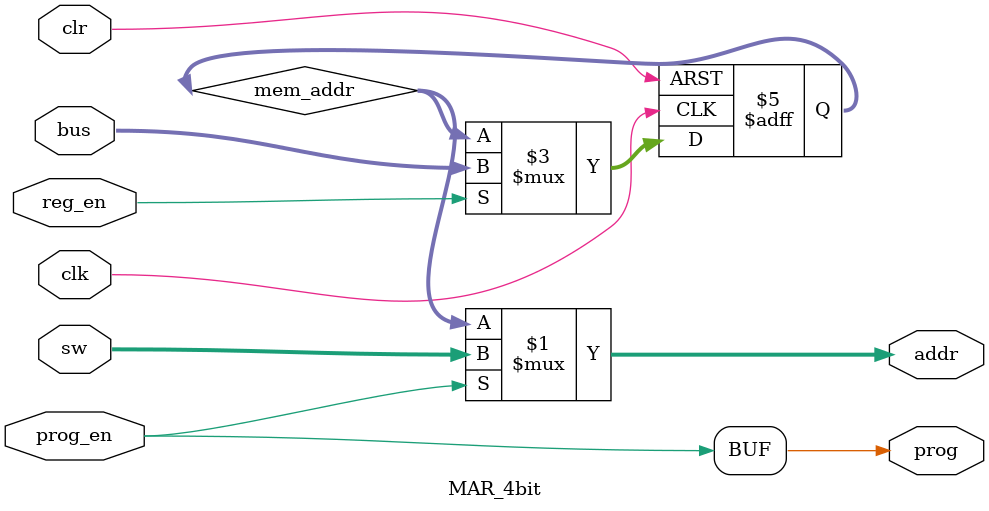
<source format=v>
module MAR_4bit
#(parameter WIDTH = 4)
(
	input 	clk, clr, prog_en, reg_en,		// clr, prog_en, and reg_en are enable high
	input	[WIDTH - 1:0] sw, bus,			// 4 input dip switch and 4-bit bus input
	output	prog,					
	output	[WIDTH - 1:0] addr			// 4-bit addr output to RAM module
);

reg [WIDTH - 1:0] mem_addr;

assign addr = (prog_en) ? sw : mem_addr;
assign prog = prog_en;					// Drives prog_en to the prog net to go to RAM module
	
always @ (posedge clk or posedge clr)			// Procedural block triggering on rising edge of clk or clr for asynchronous reset
begin
	if (clr) 		mem_addr <= 8'b0;
	else if (reg_en)	mem_addr <= bus;
end

endmodule

</source>
